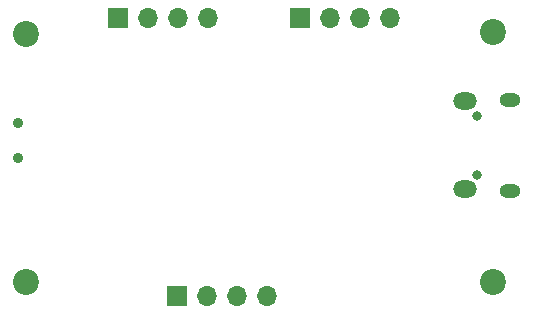
<source format=gbr>
%TF.GenerationSoftware,KiCad,Pcbnew,(6.0.7)*%
%TF.CreationDate,2022-10-16T00:38:09+07:00*%
%TF.ProjectId,bai1,62616931-2e6b-4696-9361-645f70636258,rev?*%
%TF.SameCoordinates,Original*%
%TF.FileFunction,Soldermask,Bot*%
%TF.FilePolarity,Negative*%
%FSLAX46Y46*%
G04 Gerber Fmt 4.6, Leading zero omitted, Abs format (unit mm)*
G04 Created by KiCad (PCBNEW (6.0.7)) date 2022-10-16 00:38:09*
%MOMM*%
%LPD*%
G01*
G04 APERTURE LIST*
%ADD10C,2.200000*%
%ADD11R,1.700000X1.700000*%
%ADD12O,1.700000X1.700000*%
%ADD13C,0.900000*%
%ADD14O,0.800000X0.800000*%
%ADD15O,2.000000X1.450000*%
%ADD16O,1.800000X1.150000*%
G04 APERTURE END LIST*
D10*
%TO.C,H4*%
X103000000Y-88400000D03*
%TD*%
D11*
%TO.C,USART1*%
X71200000Y-66000000D03*
D12*
X73740000Y-66000000D03*
X76280000Y-66000000D03*
X78820000Y-66000000D03*
%TD*%
D13*
%TO.C,SW1*%
X62745000Y-74900000D03*
X62745000Y-77900000D03*
%TD*%
D12*
%TO.C,J3*%
X94220000Y-66000000D03*
X91680000Y-66000000D03*
X89140000Y-66000000D03*
D11*
X86600000Y-66000000D03*
%TD*%
D14*
%TO.C,J2*%
X101645000Y-79300000D03*
X101645000Y-74300000D03*
D15*
X100595000Y-80525000D03*
X100595000Y-73075000D03*
D16*
X104395000Y-80675000D03*
X104395000Y-72925000D03*
%TD*%
D12*
%TO.C,I2C1*%
X83820000Y-89600000D03*
X81280000Y-89600000D03*
X78740000Y-89600000D03*
D11*
X76200000Y-89600000D03*
%TD*%
D10*
%TO.C,H3*%
X63400000Y-67400000D03*
%TD*%
%TO.C,H2*%
X103000000Y-67200000D03*
%TD*%
%TO.C,H1*%
X63400000Y-88400000D03*
%TD*%
M02*

</source>
